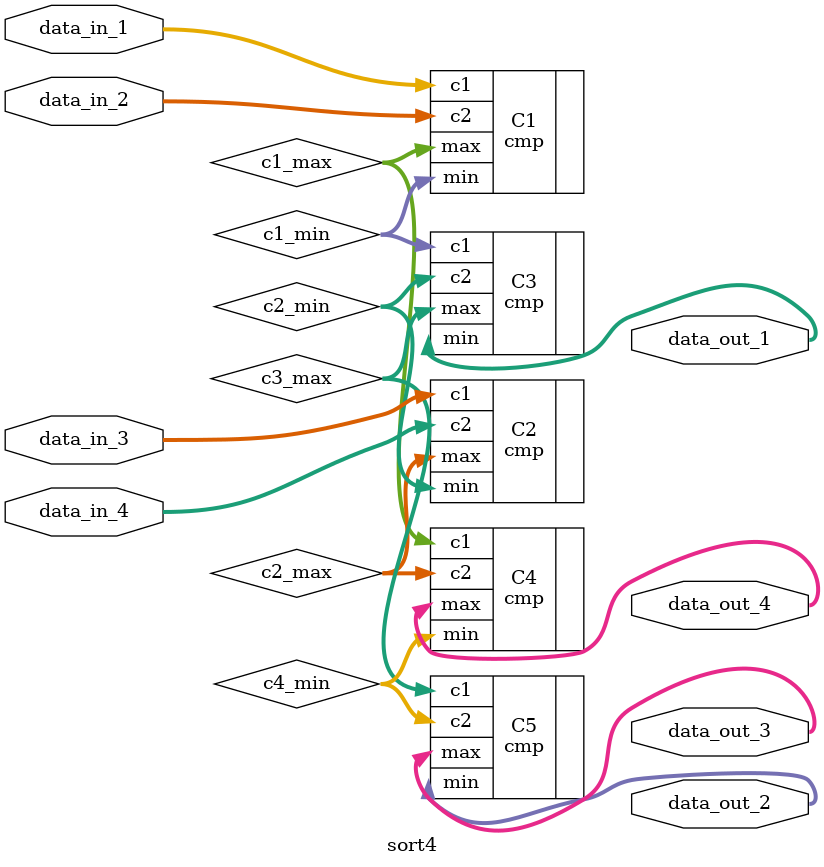
<source format=v>
`timescale 1ns / 1ps


module sort4(
    input [10:0] data_in_1,
    input [10:0] data_in_2,
    input [10:0] data_in_3,
    input [10:0] data_in_4,
    output[10:0] data_out_1,
    output[10:0] data_out_2,
    output[10:0] data_out_3,
    output[10:0] data_out_4
    );
    wire [10:0] c1_min, c1_max;
    wire [10:0] c2_min, c2_max;
    wire [10:0] c3_max;
    wire [10:0] c4_min;
    
    cmp C1(.c1(data_in_1), .c2(data_in_2), .max(c1_max), .min(c1_min));
    cmp C2(.c1(data_in_3), .c2(data_in_4), .max(c2_max), .min(c2_min));
    cmp C3(.c1(c1_min), .c2(c2_min), .max(c3_max), .min(data_out_1));
    cmp C4(.c1(c1_max), .c2(c2_max), .max(data_out_4), .min(c4_min));
    cmp C5(.c1(c3_max), .c2(c4_min), .max(data_out_3), .min(data_out_2));
    
endmodule

</source>
